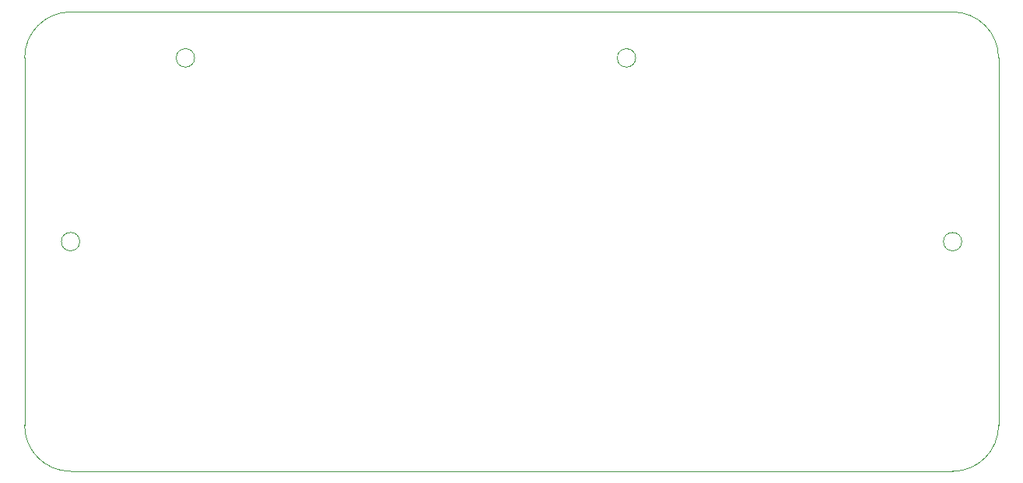
<source format=gm1>
G04 #@! TF.GenerationSoftware,KiCad,Pcbnew,6.0.2-378541a8eb~116~ubuntu20.04.1*
G04 #@! TF.CreationDate,2022-03-01T13:47:02+01:00*
G04 #@! TF.ProjectId,temperature-logger,74656d70-6572-4617-9475-72652d6c6f67,rev?*
G04 #@! TF.SameCoordinates,Original*
G04 #@! TF.FileFunction,Profile,NP*
%FSLAX46Y46*%
G04 Gerber Fmt 4.6, Leading zero omitted, Abs format (unit mm)*
G04 Created by KiCad (PCBNEW 6.0.2-378541a8eb~116~ubuntu20.04.1) date 2022-03-01 13:47:02*
%MOMM*%
%LPD*%
G01*
G04 APERTURE LIST*
G04 #@! TA.AperFunction,Profile*
%ADD10C,0.050000*%
G04 #@! TD*
G04 APERTURE END LIST*
D10*
X151000000Y-50000000D02*
X55000000Y-50000000D01*
X55000000Y-50000000D02*
G75*
G03*
X50000000Y-55000000I0J-5000000D01*
G01*
X151000000Y-100000000D02*
G75*
G03*
X156000000Y-95000000I0J5000000D01*
G01*
X116500000Y-55000000D02*
G75*
G03*
X116500000Y-55000000I-1000000J0D01*
G01*
X156000000Y-55000000D02*
G75*
G03*
X151000000Y-50000000I-5000000J0D01*
G01*
X68500000Y-55000000D02*
G75*
G03*
X68500000Y-55000000I-1000000J0D01*
G01*
X156000000Y-95000000D02*
X156000000Y-55000000D01*
X55000000Y-100000000D02*
X151000000Y-100000000D01*
X50000000Y-55000000D02*
X50000000Y-95000000D01*
X50000000Y-95000000D02*
G75*
G03*
X55000000Y-100000000I5000000J0D01*
G01*
X56000000Y-75000000D02*
G75*
G03*
X56000000Y-75000000I-1000000J0D01*
G01*
X152000000Y-75000000D02*
G75*
G03*
X152000000Y-75000000I-1000000J0D01*
G01*
M02*

</source>
